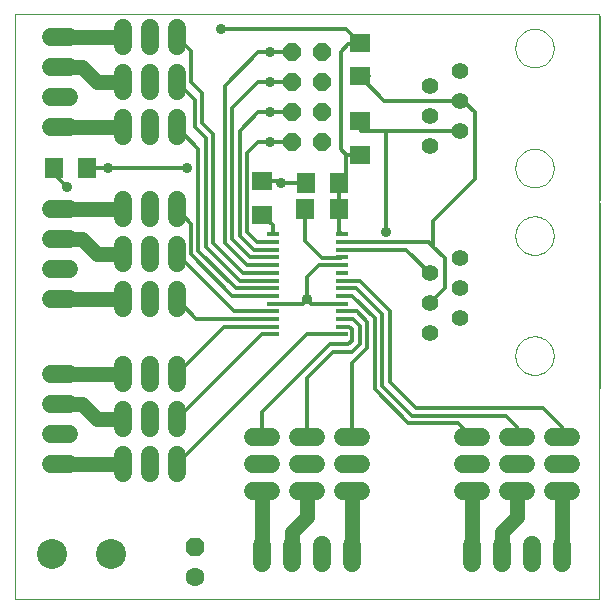
<source format=gtl>
G75*
G70*
%OFA0B0*%
%FSLAX24Y24*%
%IPPOS*%
%LPD*%
%AMOC8*
5,1,8,0,0,1.08239X$1,22.5*
%
%ADD10C,0.0000*%
%ADD11C,0.0600*%
%ADD12R,0.0710X0.0630*%
%ADD13R,0.0390X0.0120*%
%ADD14R,0.0630X0.0710*%
%ADD15R,0.0630X0.0709*%
%ADD16OC8,0.0630*%
%ADD17C,0.0630*%
%ADD18C,0.0004*%
%ADD19C,0.0554*%
%ADD20C,0.1000*%
%ADD21OC8,0.0600*%
%ADD22C,0.0594*%
%ADD23C,0.0120*%
%ADD24C,0.0356*%
%ADD25C,0.0500*%
D10*
X000180Y000680D02*
X000180Y020176D01*
X019675Y020176D01*
X019675Y000680D01*
X000180Y000680D01*
X016869Y008805D02*
X016871Y008855D01*
X016877Y008905D01*
X016887Y008954D01*
X016900Y009003D01*
X016918Y009050D01*
X016939Y009096D01*
X016963Y009139D01*
X016991Y009181D01*
X017022Y009221D01*
X017056Y009258D01*
X017093Y009292D01*
X017133Y009323D01*
X017175Y009351D01*
X017218Y009375D01*
X017264Y009396D01*
X017311Y009414D01*
X017360Y009427D01*
X017409Y009437D01*
X017459Y009443D01*
X017509Y009445D01*
X017559Y009443D01*
X017609Y009437D01*
X017658Y009427D01*
X017707Y009414D01*
X017754Y009396D01*
X017800Y009375D01*
X017843Y009351D01*
X017885Y009323D01*
X017925Y009292D01*
X017962Y009258D01*
X017996Y009221D01*
X018027Y009181D01*
X018055Y009139D01*
X018079Y009096D01*
X018100Y009050D01*
X018118Y009003D01*
X018131Y008954D01*
X018141Y008905D01*
X018147Y008855D01*
X018149Y008805D01*
X018147Y008755D01*
X018141Y008705D01*
X018131Y008656D01*
X018118Y008607D01*
X018100Y008560D01*
X018079Y008514D01*
X018055Y008471D01*
X018027Y008429D01*
X017996Y008389D01*
X017962Y008352D01*
X017925Y008318D01*
X017885Y008287D01*
X017843Y008259D01*
X017800Y008235D01*
X017754Y008214D01*
X017707Y008196D01*
X017658Y008183D01*
X017609Y008173D01*
X017559Y008167D01*
X017509Y008165D01*
X017459Y008167D01*
X017409Y008173D01*
X017360Y008183D01*
X017311Y008196D01*
X017264Y008214D01*
X017218Y008235D01*
X017175Y008259D01*
X017133Y008287D01*
X017093Y008318D01*
X017056Y008352D01*
X017022Y008389D01*
X016991Y008429D01*
X016963Y008471D01*
X016939Y008514D01*
X016918Y008560D01*
X016900Y008607D01*
X016887Y008656D01*
X016877Y008705D01*
X016871Y008755D01*
X016869Y008805D01*
X016869Y012805D02*
X016871Y012855D01*
X016877Y012905D01*
X016887Y012954D01*
X016900Y013003D01*
X016918Y013050D01*
X016939Y013096D01*
X016963Y013139D01*
X016991Y013181D01*
X017022Y013221D01*
X017056Y013258D01*
X017093Y013292D01*
X017133Y013323D01*
X017175Y013351D01*
X017218Y013375D01*
X017264Y013396D01*
X017311Y013414D01*
X017360Y013427D01*
X017409Y013437D01*
X017459Y013443D01*
X017509Y013445D01*
X017559Y013443D01*
X017609Y013437D01*
X017658Y013427D01*
X017707Y013414D01*
X017754Y013396D01*
X017800Y013375D01*
X017843Y013351D01*
X017885Y013323D01*
X017925Y013292D01*
X017962Y013258D01*
X017996Y013221D01*
X018027Y013181D01*
X018055Y013139D01*
X018079Y013096D01*
X018100Y013050D01*
X018118Y013003D01*
X018131Y012954D01*
X018141Y012905D01*
X018147Y012855D01*
X018149Y012805D01*
X018147Y012755D01*
X018141Y012705D01*
X018131Y012656D01*
X018118Y012607D01*
X018100Y012560D01*
X018079Y012514D01*
X018055Y012471D01*
X018027Y012429D01*
X017996Y012389D01*
X017962Y012352D01*
X017925Y012318D01*
X017885Y012287D01*
X017843Y012259D01*
X017800Y012235D01*
X017754Y012214D01*
X017707Y012196D01*
X017658Y012183D01*
X017609Y012173D01*
X017559Y012167D01*
X017509Y012165D01*
X017459Y012167D01*
X017409Y012173D01*
X017360Y012183D01*
X017311Y012196D01*
X017264Y012214D01*
X017218Y012235D01*
X017175Y012259D01*
X017133Y012287D01*
X017093Y012318D01*
X017056Y012352D01*
X017022Y012389D01*
X016991Y012429D01*
X016963Y012471D01*
X016939Y012514D01*
X016918Y012560D01*
X016900Y012607D01*
X016887Y012656D01*
X016877Y012705D01*
X016871Y012755D01*
X016869Y012805D01*
X016869Y015055D02*
X016871Y015105D01*
X016877Y015155D01*
X016887Y015204D01*
X016900Y015253D01*
X016918Y015300D01*
X016939Y015346D01*
X016963Y015389D01*
X016991Y015431D01*
X017022Y015471D01*
X017056Y015508D01*
X017093Y015542D01*
X017133Y015573D01*
X017175Y015601D01*
X017218Y015625D01*
X017264Y015646D01*
X017311Y015664D01*
X017360Y015677D01*
X017409Y015687D01*
X017459Y015693D01*
X017509Y015695D01*
X017559Y015693D01*
X017609Y015687D01*
X017658Y015677D01*
X017707Y015664D01*
X017754Y015646D01*
X017800Y015625D01*
X017843Y015601D01*
X017885Y015573D01*
X017925Y015542D01*
X017962Y015508D01*
X017996Y015471D01*
X018027Y015431D01*
X018055Y015389D01*
X018079Y015346D01*
X018100Y015300D01*
X018118Y015253D01*
X018131Y015204D01*
X018141Y015155D01*
X018147Y015105D01*
X018149Y015055D01*
X018147Y015005D01*
X018141Y014955D01*
X018131Y014906D01*
X018118Y014857D01*
X018100Y014810D01*
X018079Y014764D01*
X018055Y014721D01*
X018027Y014679D01*
X017996Y014639D01*
X017962Y014602D01*
X017925Y014568D01*
X017885Y014537D01*
X017843Y014509D01*
X017800Y014485D01*
X017754Y014464D01*
X017707Y014446D01*
X017658Y014433D01*
X017609Y014423D01*
X017559Y014417D01*
X017509Y014415D01*
X017459Y014417D01*
X017409Y014423D01*
X017360Y014433D01*
X017311Y014446D01*
X017264Y014464D01*
X017218Y014485D01*
X017175Y014509D01*
X017133Y014537D01*
X017093Y014568D01*
X017056Y014602D01*
X017022Y014639D01*
X016991Y014679D01*
X016963Y014721D01*
X016939Y014764D01*
X016918Y014810D01*
X016900Y014857D01*
X016887Y014906D01*
X016877Y014955D01*
X016871Y015005D01*
X016869Y015055D01*
X016869Y019055D02*
X016871Y019105D01*
X016877Y019155D01*
X016887Y019204D01*
X016900Y019253D01*
X016918Y019300D01*
X016939Y019346D01*
X016963Y019389D01*
X016991Y019431D01*
X017022Y019471D01*
X017056Y019508D01*
X017093Y019542D01*
X017133Y019573D01*
X017175Y019601D01*
X017218Y019625D01*
X017264Y019646D01*
X017311Y019664D01*
X017360Y019677D01*
X017409Y019687D01*
X017459Y019693D01*
X017509Y019695D01*
X017559Y019693D01*
X017609Y019687D01*
X017658Y019677D01*
X017707Y019664D01*
X017754Y019646D01*
X017800Y019625D01*
X017843Y019601D01*
X017885Y019573D01*
X017925Y019542D01*
X017962Y019508D01*
X017996Y019471D01*
X018027Y019431D01*
X018055Y019389D01*
X018079Y019346D01*
X018100Y019300D01*
X018118Y019253D01*
X018131Y019204D01*
X018141Y019155D01*
X018147Y019105D01*
X018149Y019055D01*
X018147Y019005D01*
X018141Y018955D01*
X018131Y018906D01*
X018118Y018857D01*
X018100Y018810D01*
X018079Y018764D01*
X018055Y018721D01*
X018027Y018679D01*
X017996Y018639D01*
X017962Y018602D01*
X017925Y018568D01*
X017885Y018537D01*
X017843Y018509D01*
X017800Y018485D01*
X017754Y018464D01*
X017707Y018446D01*
X017658Y018433D01*
X017609Y018423D01*
X017559Y018417D01*
X017509Y018415D01*
X017459Y018417D01*
X017409Y018423D01*
X017360Y018433D01*
X017311Y018446D01*
X017264Y018464D01*
X017218Y018485D01*
X017175Y018509D01*
X017133Y018537D01*
X017093Y018568D01*
X017056Y018602D01*
X017022Y018639D01*
X016991Y018679D01*
X016963Y018721D01*
X016939Y018764D01*
X016918Y018810D01*
X016900Y018857D01*
X016887Y018906D01*
X016877Y018955D01*
X016871Y019005D01*
X016869Y019055D01*
D11*
X005580Y019130D02*
X005580Y019730D01*
X004680Y019730D02*
X004680Y019130D01*
X004680Y018230D02*
X004680Y017630D01*
X004680Y016730D02*
X004680Y016130D01*
X003780Y016130D02*
X003780Y016730D01*
X003780Y017630D02*
X003780Y018230D01*
X003780Y019130D02*
X003780Y019730D01*
X005580Y018230D02*
X005580Y017630D01*
X005580Y016730D02*
X005580Y016130D01*
X005580Y013980D02*
X005580Y013380D01*
X005580Y012480D02*
X005580Y011880D01*
X005580Y010980D02*
X005580Y010380D01*
X004680Y010380D02*
X004680Y010980D01*
X004680Y011880D02*
X004680Y012480D01*
X004680Y013380D02*
X004680Y013980D01*
X003780Y013980D02*
X003780Y013380D01*
X003780Y012480D02*
X003780Y011880D01*
X003780Y010980D02*
X003780Y010380D01*
X003780Y008480D02*
X003780Y007880D01*
X004680Y007880D02*
X004680Y008480D01*
X005580Y008480D02*
X005580Y007880D01*
X005580Y006980D02*
X005580Y006380D01*
X005580Y005480D02*
X005580Y004880D01*
X004680Y004880D02*
X004680Y005480D01*
X004680Y006380D02*
X004680Y006980D01*
X003780Y006980D02*
X003780Y006380D01*
X003780Y005480D02*
X003780Y004880D01*
X008130Y005180D02*
X008730Y005180D01*
X008730Y006080D02*
X008130Y006080D01*
X009630Y006080D02*
X010230Y006080D01*
X010230Y005180D02*
X009630Y005180D01*
X009630Y004280D02*
X010230Y004280D01*
X011130Y004280D02*
X011730Y004280D01*
X011730Y005180D02*
X011130Y005180D01*
X011130Y006080D02*
X011730Y006080D01*
X008730Y004280D02*
X008130Y004280D01*
X015130Y004280D02*
X015730Y004280D01*
X015730Y005180D02*
X015130Y005180D01*
X015130Y006080D02*
X015730Y006080D01*
X016630Y006080D02*
X017230Y006080D01*
X017230Y005180D02*
X016630Y005180D01*
X016630Y004280D02*
X017230Y004280D01*
X018130Y004280D02*
X018730Y004280D01*
X018730Y005180D02*
X018130Y005180D01*
X018130Y006080D02*
X018730Y006080D01*
D12*
X011680Y015495D03*
X011680Y016615D03*
X011680Y018120D03*
X011680Y019240D03*
X008430Y014615D03*
X008430Y013495D03*
D13*
X008781Y012843D03*
X008781Y012587D03*
X008781Y012332D03*
X008781Y012076D03*
X008781Y011820D03*
X008781Y011564D03*
X008781Y011308D03*
X008781Y011052D03*
X008781Y010796D03*
X008781Y010540D03*
X008781Y010284D03*
X008781Y010028D03*
X008781Y009773D03*
X008781Y009517D03*
X011079Y009517D03*
X011079Y009773D03*
X011079Y010028D03*
X011079Y010284D03*
X011079Y010540D03*
X011079Y010796D03*
X011079Y011052D03*
X011079Y011308D03*
X011079Y011564D03*
X011079Y011820D03*
X011079Y012076D03*
X011079Y012332D03*
X011079Y012587D03*
X011079Y012843D03*
D14*
X010990Y013680D03*
X009870Y013680D03*
D15*
X009879Y014555D03*
X010981Y014555D03*
X002606Y015055D03*
X001504Y015055D03*
D16*
X006180Y002430D03*
D17*
X006180Y001430D03*
D18*
X019678Y007730D02*
X019678Y013880D01*
X019678Y013980D02*
X019678Y020130D01*
D19*
X015009Y018305D03*
X015009Y017305D03*
X015009Y016305D03*
X014009Y015805D03*
X014009Y016805D03*
X014009Y017805D03*
X015009Y012055D03*
X015009Y011055D03*
X015009Y010055D03*
X014009Y009555D03*
X014009Y010555D03*
X014009Y011555D03*
D20*
X003399Y002180D03*
X001430Y002180D03*
D21*
X009430Y015930D03*
X009430Y016930D03*
X009430Y017930D03*
X009430Y018930D03*
X010430Y018930D03*
X010430Y017930D03*
X010430Y016930D03*
X010430Y015930D03*
D22*
X001977Y016430D02*
X001383Y016430D01*
X001383Y017430D02*
X001977Y017430D01*
X001977Y018430D02*
X001383Y018430D01*
X001383Y019430D02*
X001977Y019430D01*
X001977Y013680D02*
X001383Y013680D01*
X001383Y012680D02*
X001977Y012680D01*
X001977Y011680D02*
X001383Y011680D01*
X001383Y010680D02*
X001977Y010680D01*
X001977Y008180D02*
X001383Y008180D01*
X001383Y007180D02*
X001977Y007180D01*
X001977Y006180D02*
X001383Y006180D01*
X001383Y005180D02*
X001977Y005180D01*
X008430Y002477D02*
X008430Y001883D01*
X009430Y001883D02*
X009430Y002477D01*
X010430Y002477D02*
X010430Y001883D01*
X011430Y001883D02*
X011430Y002477D01*
X015430Y002477D02*
X015430Y001883D01*
X016430Y001883D02*
X016430Y002477D01*
X017430Y002477D02*
X017430Y001883D01*
X018430Y001883D02*
X018430Y002477D01*
D23*
X018430Y006080D02*
X018430Y006430D01*
X017805Y007055D01*
X013555Y007055D01*
X012680Y007930D01*
X012680Y010305D01*
X011677Y011308D01*
X011079Y011308D01*
X011079Y011052D02*
X011558Y011052D01*
X012430Y010180D01*
X012430Y007805D01*
X013430Y006805D01*
X016555Y006805D01*
X016930Y006430D01*
X016930Y006080D01*
X015430Y006080D02*
X014955Y006555D01*
X013305Y006555D01*
X012180Y007680D01*
X012180Y010055D01*
X011439Y010796D01*
X011079Y010796D01*
X011079Y010540D02*
X010070Y010540D01*
X009930Y010680D01*
X009930Y011430D01*
X010320Y011820D01*
X011079Y011820D01*
X011058Y012055D02*
X011079Y012076D01*
X011058Y012055D02*
X010430Y012055D01*
X009870Y012615D01*
X009870Y013680D01*
X009879Y014555D02*
X009055Y014555D01*
X008995Y014615D01*
X008430Y014615D01*
X007930Y015555D02*
X008305Y015930D01*
X008680Y015930D01*
X009430Y015930D01*
X009430Y016930D02*
X008680Y016930D01*
X008305Y016930D01*
X007680Y016305D01*
X007680Y012805D01*
X008153Y012332D01*
X008781Y012332D01*
X008781Y012076D02*
X008034Y012076D01*
X007430Y012680D01*
X007430Y017055D01*
X008305Y017930D01*
X008680Y017930D01*
X008805Y017930D01*
X008680Y017930D02*
X009430Y017930D01*
X009430Y018930D02*
X008680Y018930D01*
X008305Y018930D01*
X007180Y017805D01*
X007180Y012555D01*
X007915Y011820D01*
X008781Y011820D01*
X008781Y011564D02*
X007796Y011564D01*
X006805Y012555D01*
X006805Y016180D01*
X006430Y016555D01*
X006430Y017555D01*
X006055Y017930D01*
X006055Y018955D01*
X005580Y019430D01*
X007055Y019680D02*
X011240Y019680D01*
X011680Y019240D01*
X011870Y019180D01*
X011305Y019180D01*
X011055Y018930D01*
X011055Y015680D01*
X011240Y015495D01*
X011240Y014814D01*
X010981Y014555D01*
X010990Y014546D01*
X010990Y013680D01*
X010990Y012932D01*
X011079Y012843D01*
X011079Y012587D02*
X013976Y012587D01*
X014101Y012462D01*
X014134Y012495D01*
X014134Y013305D01*
X015509Y014680D01*
X015509Y016930D01*
X015134Y017305D01*
X015009Y017305D01*
X012495Y017305D01*
X011680Y018120D01*
X011990Y018120D01*
X011680Y016615D02*
X011740Y016305D01*
X012555Y016305D01*
X012555Y012930D01*
X013232Y012332D02*
X014009Y011555D01*
X014509Y011055D02*
X014009Y010555D01*
X014509Y011055D02*
X014509Y012055D01*
X014101Y012462D01*
X013232Y012332D02*
X011079Y012332D01*
X009930Y010680D02*
X009790Y010540D01*
X008781Y010540D01*
X008781Y010796D02*
X008772Y010805D01*
X007430Y010805D01*
X006055Y012180D01*
X006055Y013205D01*
X005580Y013680D01*
X006555Y012430D02*
X007677Y011308D01*
X008781Y011308D01*
X008778Y011055D02*
X007555Y011055D01*
X006305Y012305D01*
X006305Y015705D01*
X005580Y016430D01*
X006180Y016430D02*
X006180Y017330D01*
X005580Y017930D01*
X006180Y016430D02*
X006555Y016055D01*
X006555Y012430D01*
X005580Y012180D02*
X007476Y010284D01*
X008781Y010284D01*
X008781Y010028D02*
X006232Y010028D01*
X005580Y010680D01*
X007173Y009773D02*
X005580Y008180D01*
X005580Y006680D02*
X008417Y009517D01*
X008781Y009517D01*
X008781Y009773D02*
X007173Y009773D01*
X008781Y011052D02*
X008778Y011055D01*
X009917Y009517D02*
X005580Y005180D01*
X008430Y006080D02*
X008430Y006930D01*
X010680Y009180D01*
X011305Y009180D01*
X011430Y009305D01*
X011430Y009680D01*
X011337Y009773D01*
X011079Y009773D01*
X011079Y010028D02*
X011457Y010028D01*
X011680Y009805D01*
X011680Y009180D01*
X011430Y008930D01*
X010805Y008930D01*
X009930Y008055D01*
X009930Y006080D01*
X011430Y006080D02*
X011430Y008555D01*
X011930Y009055D01*
X011930Y009930D01*
X011576Y010284D01*
X011079Y010284D01*
X011079Y009517D02*
X009917Y009517D01*
X008781Y012587D02*
X008273Y012587D01*
X007930Y012930D01*
X007930Y015555D01*
X005930Y015055D02*
X003305Y015055D01*
X002606Y015055D01*
X001930Y014430D02*
X001504Y014856D01*
X001504Y015055D01*
X008430Y013495D02*
X008781Y013144D01*
X008781Y012843D01*
X011240Y015495D02*
X011680Y015495D01*
X011740Y016430D02*
X011680Y016615D01*
X012555Y016305D02*
X015009Y016305D01*
D24*
X012555Y012930D03*
X009930Y010680D03*
X009055Y014555D03*
X008680Y015930D03*
X008680Y016930D03*
X008680Y017930D03*
X008680Y018930D03*
X007055Y019680D03*
X005930Y015055D03*
X003305Y015055D03*
X001930Y014430D03*
D25*
X001680Y013680D02*
X003780Y013680D01*
X003780Y012180D02*
X002930Y012180D01*
X002430Y012680D01*
X001680Y012680D01*
X001680Y010680D02*
X003780Y010680D01*
X003780Y008180D02*
X001680Y008180D01*
X001680Y007180D02*
X002430Y007180D01*
X002930Y006680D01*
X003780Y006680D01*
X003780Y005180D02*
X001680Y005180D01*
X008430Y004280D02*
X008430Y002180D01*
X009430Y002180D02*
X009430Y002930D01*
X009930Y003430D01*
X009930Y004280D01*
X011430Y004280D02*
X011430Y002180D01*
X015430Y002180D02*
X015430Y004280D01*
X016430Y002930D02*
X016930Y003430D01*
X016930Y004280D01*
X016430Y002930D02*
X016430Y002180D01*
X018430Y002180D02*
X018430Y004280D01*
X003780Y016430D02*
X001680Y016430D01*
X002930Y017930D02*
X003780Y017930D01*
X002930Y017930D02*
X002430Y018430D01*
X001680Y018430D01*
X001680Y019430D02*
X003780Y019430D01*
M02*

</source>
